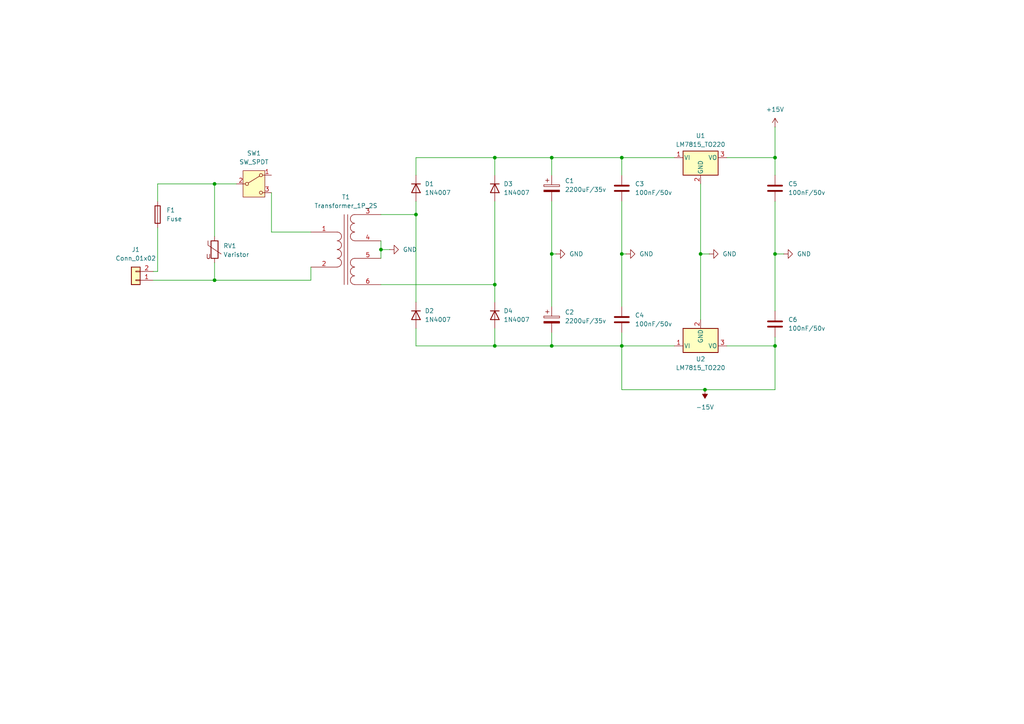
<source format=kicad_sch>
(kicad_sch (version 20231120) (generator "eeschema") (generator_version "8.0")
  (paper "A4")
  (lib_symbols
    (symbol "Connector_Generic:Conn_01x02" (pin_names (offset 1.016) hide)
      (property "Reference" "J" (at 0 2.54 0))
      (property "Value" "Conn_01x02" (at 0 -5.08 0))
      (symbol "Conn_01x02_1_1"
        (rectangle (start -1.27 -2.413) (end 0 -2.667) (stroke (width 0.1524)))
        (rectangle (start -1.27 0.127) (end 0 -0.127) (stroke (width 0.1524)))
        (rectangle (start -1.27 1.27) (end 1.27 -3.81) (stroke (width 0.254)) (fill (type background)))
        (pin passive line (at -5.08 0 0) (length 3.81) (name "Pin_1") (number "1"))
        (pin passive line (at -5.08 -2.54 0) (length 3.81) (name "Pin_2") (number "2"))
      )
    )
    (symbol "Device:C" (pin_numbers hide) (pin_names (offset 0.254))
      (property "Reference" "C" (at 0.635 2.54 0))
      (property "Value" "C" (at 0.635 -2.54 0))
      (symbol "C_0_1"
        (polyline (pts (xy -2.032 -0.762) (xy 2.032 -0.762)) (stroke (width 0.508)))
        (polyline (pts (xy -2.032 0.762) (xy 2.032 0.762)) (stroke (width 0.508)))
      )
      (symbol "C_1_1"
        (pin passive line (at 0 3.81 270) (length 2.794) (name "~") (number "1"))
        (pin passive line (at 0 -3.81 90) (length 2.794) (name "~") (number "2"))
      )
    )
    (symbol "Device:C_Polarized" (pin_numbers hide) (pin_names (offset 0.254))
      (property "Reference" "C" (at 0.635 2.54 0))
      (property "Value" "C_Polarized" (at 0.635 -2.54 0))
      (symbol "C_Polarized_0_1"
        (rectangle (start -2.286 0.508) (end 2.286 1.016))
        (polyline (pts (xy -1.778 2.286) (xy -0.762 2.286)))
        (polyline (pts (xy -1.27 2.794) (xy -1.27 1.778)))
        (rectangle (start 2.286 -0.508) (end -2.286 -1.016) (fill (type outline)))
      )
      (symbol "C_Polarized_1_1"
        (pin passive line (at 0 3.81 270) (length 2.794) (name "~") (number "1"))
        (pin passive line (at 0 -3.81 90) (length 2.794) (name "~") (number "2"))
      )
    )
    (symbol "Device:Fuse" (pin_numbers hide) (pin_names (offset 0))
      (property "Reference" "F" (at 2.032 0 90))
      (property "Value" "Fuse" (at -1.905 0 90))
      (symbol "Fuse_0_1"
        (rectangle (start -0.762 -2.54) (end 0.762 2.54) (stroke (width 0.254)))
        (polyline (pts (xy 0 2.54) (xy 0 -2.54)))
      )
      (symbol "Fuse_1_1"
        (pin passive line (at 0 3.81 270) (length 1.27) (name "~") (number "1"))
        (pin passive line (at 0 -3.81 90) (length 1.27) (name "~") (number "2"))
      )
    )
    (symbol "Device:Transformer_1P_2S" (pin_names (offset 1.016) hide)
      (property "Reference" "T" (at 0 12.7 0))
      (property "Value" "Transformer_1P_2S" (at 0 -12.7 0))
      (symbol "Transformer_1P_2S_0_1"
        (arc (start -2.54 -5.0546) (mid -1.6599 -4.6901) (end -1.27 -3.81))
        (arc (start -2.54 -2.5146) (mid -1.6599 -2.1501) (end -1.27 -1.27))
        (arc (start -2.54 0.0254) (mid -1.6599 0.3899) (end -1.27 1.27))
        (arc (start -2.54 2.5654) (mid -1.6599 2.9299) (end -1.27 3.81))
        (arc (start -1.27 -3.81) (mid -1.642 -2.912) (end -2.54 -2.54))
        (arc (start -1.27 -1.27) (mid -1.642 -0.372) (end -2.54 0))
        (arc (start -1.27 1.27) (mid -1.642 2.168) (end -2.54 2.54))
        (arc (start -1.27 3.81) (mid -1.642 4.708) (end -2.54 5.08))
        (polyline (pts (xy -0.508 -10.16) (xy -0.508 10.16)))
        (polyline (pts (xy 0.508 10.16) (xy 0.508 -10.16)))
        (arc (start 1.2954 -8.89) (mid 1.6599 -9.7701) (end 2.54 -10.1346))
        (arc (start 1.2954 -6.35) (mid 1.6599 -7.2301) (end 2.54 -7.5946))
        (arc (start 1.2954 -3.81) (mid 1.6599 -4.6901) (end 2.54 -5.0546))
        (arc (start 1.2954 3.81) (mid 1.6599 2.9299) (end 2.54 2.5654))
        (arc (start 1.2954 6.35) (mid 1.6599 5.4699) (end 2.54 5.1054))
        (arc (start 1.2954 8.89) (mid 1.6599 8.0099) (end 2.54 7.6454))
        (arc (start 2.54 -7.62) (mid 1.642 -7.992) (end 1.2954 -8.89))
        (arc (start 2.54 -5.08) (mid 1.642 -5.452) (end 1.2954 -6.35))
        (arc (start 2.54 -2.54) (mid 1.642 -2.912) (end 1.2954 -3.81))
        (arc (start 2.54 5.08) (mid 1.642 4.708) (end 1.2954 3.81))
        (arc (start 2.54 7.62) (mid 1.642 7.248) (end 1.2954 6.35))
        (arc (start 2.54 10.16) (mid 1.642 9.788) (end 1.2954 8.89))
      )
      (symbol "Transformer_1P_2S_1_1"
        (pin passive line (at -10.16 5.08 0) (length 7.62) (name "AA") (number "1"))
        (pin passive line (at -10.16 -5.08 0) (length 7.62) (name "AB") (number "2"))
        (pin passive line (at 10.16 10.16 180) (length 7.62) (name "SA") (number "3"))
        (pin passive line (at 10.16 2.54 180) (length 7.62) (name "SB") (number "4"))
        (pin passive line (at 10.16 -2.54 180) (length 7.62) (name "SC") (number "5"))
        (pin passive line (at 10.16 -10.16 180) (length 7.62) (name "SD") (number "6"))
      )
    )
    (symbol "Device:Varistor" (pin_numbers hide) (pin_names (offset 0))
      (property "Reference" "RV" (at 3.175 0 90))
      (property "Value" "Varistor" (at -3.175 0 90))
      (symbol "Varistor_0_0"
        (text "U" (at -1.778 -2.032 0) (effects (font (size 1.27 1.27))))
      )
      (symbol "Varistor_0_1"
        (rectangle (start -1.016 -2.54) (end 1.016 2.54) (stroke (width 0.254)))
        (polyline (pts (xy -1.905 2.54) (xy -1.905 1.27) (xy 1.905 -1.27)))
      )
      (symbol "Varistor_1_1"
        (pin passive line (at 0 3.81 270) (length 1.27) (name "~") (number "1"))
        (pin passive line (at 0 -3.81 90) (length 1.27) (name "~") (number "2"))
      )
    )
    (symbol "Diode:1N4007" (pin_numbers hide) (pin_names hide)
      (property "Reference" "D" (at 0 2.54 0))
      (property "Value" "1N4007" (at 0 -2.54 0))
      (symbol "1N4007_0_1"
        (polyline (pts (xy -1.27 1.27) (xy -1.27 -1.27)) (stroke (width 0.254)))
        (polyline (pts (xy 1.27 0) (xy -1.27 0)))
        (polyline (pts (xy 1.27 1.27) (xy 1.27 -1.27) (xy -1.27 0) (xy 1.27 1.27)) (stroke (width 0.254)))
      )
      (symbol "1N4007_1_1"
        (pin passive line (at -3.81 0 0) (length 2.54) (name "K") (number "1"))
        (pin passive line (at 3.81 0 180) (length 2.54) (name "A") (number "2"))
      )
    )
    (symbol "Regulator_Linear:LM7815_TO220" (pin_names (offset 0.254))
      (property "Reference" "U" (at -3.81 3.175 0))
      (property "Value" "LM7815_TO220" (at 0 3.175 0))
      (symbol "LM7815_TO220_0_1"
        (rectangle (start -5.08 1.905) (end 5.08 -5.08) (stroke (width 0.254)) (fill (type background)))
      )
      (symbol "LM7815_TO220_1_1"
        (pin power_in line (at -7.62 0 0) (length 2.54) (name "VI") (number "1"))
        (pin power_in line (at 0 -7.62 90) (length 2.54) (name "GND") (number "2"))
        (pin power_out line (at 7.62 0 180) (length 2.54) (name "VO") (number "3"))
      )
    )
    (symbol "Switch:SW_SPDT" (pin_names (offset 0) hide)
      (property "Reference" "SW" (at 0 5.08 0))
      (property "Value" "SW_SPDT" (at 0 -5.08 0))
      (symbol "SW_SPDT_0_1"
        (circle (center -2.032 0) (radius 0.4572))
        (polyline (pts (xy -1.651 0.254) (xy 1.651 2.286)))
        (circle (center 2.032 -2.54) (radius 0.4572))
        (circle (center 2.032 2.54) (radius 0.4572))
      )
      (symbol "SW_SPDT_1_1"
        (rectangle (start -3.175 3.81) (end 3.175 -3.81) (fill (type background)))
        (pin passive line (at 5.08 2.54 180) (length 2.54) (name "A") (number "1"))
        (pin passive line (at -5.08 0 0) (length 2.54) (name "B") (number "2"))
        (pin passive line (at 5.08 -2.54 180) (length 2.54) (name "C") (number "3"))
      )
    )
    (symbol "power:+15V" (power) (pin_numbers hide) (pin_names (offset 0) hide)
      (property "Value" "+15V" (at 0 3.556 0))
      (symbol "+15V_0_1"
        (polyline (pts (xy -0.762 1.27) (xy 0 2.54)))
        (polyline (pts (xy 0 0) (xy 0 2.54)))
        (polyline (pts (xy 0 2.54) (xy 0.762 1.27)))
      )
      (symbol "+15V_1_1"
        (pin power_in line (at 0 0 90) (length 0) (name "~") (number "1"))
      )
    )
    (symbol "power:-15V" (power) (pin_numbers hide) (pin_names (offset 0) hide)
      (property "Value" "-15V" (at 0 3.556 0))
      (symbol "-15V_0_0"
        (pin power_in line (at 0 0 90) (length 0) (name "~") (number "1"))
      )
      (symbol "-15V_0_1"
        (polyline (pts (xy 0 0) (xy 0 1.27) (xy 0.762 1.27) (xy 0 2.54) (xy -0.762 1.27) (xy 0 1.27)) (fill (type outline)))
      )
    )
    (symbol "power:GND" (power) (pin_numbers hide) (pin_names (offset 0) hide)
      (property "Value" "GND" (at 0 -3.81 0))
      (symbol "GND_0_1"
        (polyline (pts (xy 0 0) (xy 0 -1.27) (xy 1.27 -1.27) (xy 0 -2.54) (xy -1.27 -1.27) (xy 0 -1.27)))
      )
      (symbol "GND_1_1"
        (pin power_in line (at 0 0 270) (length 0) (name "~") (number "1"))
      )
    )
  )
  (junction (at 180.34 100.33))
  (junction (at 160.02 45.72))
  (junction (at 143.51 82.55))
  (junction (at 224.79 45.72))
  (junction (at 110.49 72.39))
  (junction (at 204.47 113.03))
  (junction (at 62.23 53.34))
  (junction (at 180.34 73.66))
  (junction (at 160.02 73.66))
  (junction (at 224.79 73.66))
  (junction (at 120.65 62.23))
  (junction (at 143.51 100.33))
  (junction (at 180.34 45.72))
  (junction (at 160.02 100.33))
  (junction (at 203.2 73.66))
  (junction (at 224.79 100.33))
  (junction (at 62.23 81.28))
  (junction (at 143.51 45.72))
  (wire (pts (xy 143.51 100.33) (xy 143.51 95.25)))
  (wire (pts (xy 78.74 67.31) (xy 90.17 67.31)))
  (wire (pts (xy 210.82 100.33) (xy 224.79 100.33)))
  (wire (pts (xy 120.65 58.42) (xy 120.65 62.23)))
  (wire (pts (xy 160.02 73.66) (xy 161.29 73.66)))
  (wire (pts (xy 110.49 72.39) (xy 110.49 74.93)))
  (wire (pts (xy 120.65 95.25) (xy 120.65 100.33)))
  (wire (pts (xy 120.65 50.8) (xy 120.65 45.72)))
  (wire (pts (xy 180.34 100.33) (xy 195.58 100.33)))
  (wire (pts (xy 180.34 73.66) (xy 181.61 73.66)))
  (wire (pts (xy 143.51 100.33) (xy 160.02 100.33)))
  (wire (pts (xy 224.79 113.03) (xy 224.79 100.33)))
  (wire (pts (xy 45.72 78.74) (xy 45.72 66.04)))
  (wire (pts (xy 44.45 81.28) (xy 62.23 81.28)))
  (wire (pts (xy 160.02 73.66) (xy 160.02 88.9)))
  (wire (pts (xy 78.74 55.88) (xy 78.74 67.31)))
  (wire (pts (xy 120.65 62.23) (xy 120.65 87.63)))
  (wire (pts (xy 62.23 81.28) (xy 90.17 81.28)))
  (wire (pts (xy 224.79 45.72) (xy 224.79 50.8)))
  (wire (pts (xy 203.2 73.66) (xy 203.2 92.71)))
  (wire (pts (xy 224.79 36.83) (xy 224.79 45.72)))
  (wire (pts (xy 160.02 45.72) (xy 160.02 50.8)))
  (wire (pts (xy 180.34 58.42) (xy 180.34 73.66)))
  (wire (pts (xy 90.17 81.28) (xy 90.17 77.47)))
  (wire (pts (xy 160.02 45.72) (xy 180.34 45.72)))
  (wire (pts (xy 160.02 100.33) (xy 160.02 96.52)))
  (wire (pts (xy 110.49 82.55) (xy 143.51 82.55)))
  (wire (pts (xy 224.79 100.33) (xy 224.79 97.79)))
  (wire (pts (xy 143.51 45.72) (xy 143.51 50.8)))
  (wire (pts (xy 143.51 82.55) (xy 143.51 87.63)))
  (wire (pts (xy 110.49 72.39) (xy 113.03 72.39)))
  (wire (pts (xy 204.47 113.03) (xy 224.79 113.03)))
  (wire (pts (xy 45.72 53.34) (xy 45.72 58.42)))
  (wire (pts (xy 110.49 62.23) (xy 120.65 62.23)))
  (wire (pts (xy 62.23 53.34) (xy 45.72 53.34)))
  (wire (pts (xy 203.2 73.66) (xy 205.74 73.66)))
  (wire (pts (xy 120.65 100.33) (xy 143.51 100.33)))
  (wire (pts (xy 120.65 45.72) (xy 143.51 45.72)))
  (wire (pts (xy 62.23 81.28) (xy 62.23 76.2)))
  (wire (pts (xy 180.34 113.03) (xy 204.47 113.03)))
  (wire (pts (xy 62.23 53.34) (xy 68.58 53.34)))
  (wire (pts (xy 62.23 68.58) (xy 62.23 53.34)))
  (wire (pts (xy 180.34 45.72) (xy 195.58 45.72)))
  (wire (pts (xy 180.34 100.33) (xy 180.34 113.03)))
  (wire (pts (xy 160.02 58.42) (xy 160.02 73.66)))
  (wire (pts (xy 224.79 58.42) (xy 224.79 73.66)))
  (wire (pts (xy 224.79 73.66) (xy 224.79 90.17)))
  (wire (pts (xy 44.45 78.74) (xy 45.72 78.74)))
  (wire (pts (xy 143.51 58.42) (xy 143.51 82.55)))
  (wire (pts (xy 180.34 45.72) (xy 180.34 50.8)))
  (wire (pts (xy 180.34 73.66) (xy 180.34 88.9)))
  (wire (pts (xy 203.2 53.34) (xy 203.2 73.66)))
  (wire (pts (xy 224.79 73.66) (xy 227.33 73.66)))
  (wire (pts (xy 180.34 96.52) (xy 180.34 100.33)))
  (wire (pts (xy 210.82 45.72) (xy 224.79 45.72)))
  (wire (pts (xy 143.51 45.72) (xy 160.02 45.72)))
  (wire (pts (xy 180.34 100.33) (xy 160.02 100.33)))
  (wire (pts (xy 110.49 69.85) (xy 110.49 72.39)))
  (symbol (lib_id "power:-15V") (at 204.47 113.03 180) (unit 1)
    (property "Reference" "#PWR04" (effects (hide yes)))
    (property "Value" "-15V" (at 204.47 118.11 0))
    (property "Description" "Power symbol creates a global label with name \"-15V\"" (effects (hide yes)))
  )
  (symbol (lib_id "power:GND") (at 161.29 73.66 90) (unit 1)
    (property "Reference" "#PWR02" (effects (hide yes)))
    (property "Value" "GND" (at 165.1 73.6599 90) (effects (justify right)))
    (property "Description" "Power symbol creates a global label with name \"GND\" , ground" (effects (hide yes)))
  )
  (symbol (lib_id "Device:C_Polarized") (at 160.02 92.71 0) (unit 1)
    (property "Reference" "C2" (at 163.83 90.5509 0) (effects (justify left)))
    (property "Value" "2200uF/35v" (at 163.83 93.0909 0) (effects (justify left)))
    (property "Footprint" "Capacitor_THT:CP_Radial_D10.0mm_P3.50mm" (effects (hide yes)))
    (property "Description" "Polarized capacitor" (effects (hide yes)))
  )
  (symbol (lib_id "Device:C_Polarized") (at 160.02 54.61 0) (unit 1)
    (property "Reference" "C1" (at 163.83 52.4509 0) (effects (justify left)))
    (property "Value" "2200uF/35v" (at 163.83 54.9909 0) (effects (justify left)))
    (property "Footprint" "Capacitor_THT:CP_Radial_D10.0mm_P3.50mm" (effects (hide yes)))
    (property "Description" "Polarized capacitor" (effects (hide yes)))
  )
  (symbol (lib_id "Regulator_Linear:LM7815_TO220") (at 203.2 45.72 0) (unit 1)
    (property "Reference" "U1" (at 203.2 39.37 0))
    (property "Value" "LM7815_TO220" (at 203.2 41.91 0))
    (property "Datasheet" "https://www.onsemi.cn/PowerSolutions/document/MC7800-D.PDF" (effects (hide yes)))
    (property "Description" "Positive 1A 35V Linear Regulator, Fixed Output 15V, TO-220" (effects (hide yes)))
  )
  (symbol (lib_id "Regulator_Linear:LM7815_TO220") (at 203.2 100.33 0) (mirror x) (unit 1)
    (property "Reference" "U2" (at 203.2 104.14 0))
    (property "Value" "LM7815_TO220" (at 203.2 106.68 0))
    (property "Datasheet" "https://www.onsemi.cn/PowerSolutions/document/MC7800-D.PDF" (effects (hide yes)))
    (property "Description" "Positive 1A 35V Linear Regulator, Fixed Output 15V, TO-220" (effects (hide yes)))
  )
  (symbol (lib_id "Diode:1N4007") (at 143.51 91.44 270) (unit 1)
    (property "Reference" "D4" (at 146.05 90.1699 90) (effects (justify left)))
    (property "Value" "1N4007" (at 146.05 92.7099 90) (effects (justify left)))
    (property "Datasheet" "http://www.vishay.com/docs/88503/1n4001.pdf" (effects (hide yes)))
    (property "Description" "1000V 1A General Purpose Rectifier Diode, DO-41" (effects (hide yes)))
    (property "Sim.Device" "D" (effects (hide yes)))
    (property "Sim.Pins" "1=K 2=A" (effects (hide yes)))
  )
  (symbol (lib_id "Connector_Generic:Conn_01x02") (at 39.37 81.28 180) (unit 1)
    (property "Reference" "J1" (at 39.37 72.39 0))
    (property "Value" "Conn_01x02" (at 39.37 74.93 0))
    (property "Description" "Generic connector, single row, 01x02, script generated (kicad-library-utils/schlib/autogen/connector/)" (effects (hide yes)))
  )
  (symbol (lib_id "Switch:SW_SPDT") (at 73.66 53.34 0) (unit 1)
    (property "Reference" "SW1" (at 73.66 44.45 0))
    (property "Value" "SW_SPDT" (at 73.66 46.99 0))
    (property "Description" "Switch, single pole double throw" (effects (hide yes)))
  )
  (symbol (lib_id "Device:Fuse") (at 45.72 62.23 0) (unit 1)
    (property "Reference" "F1" (at 48.26 60.9599 0) (effects (justify left)))
    (property "Value" "Fuse" (at 48.26 63.4999 0) (effects (justify left)))
    (property "Description" "Fuse" (effects (hide yes)))
  )
  (symbol (lib_id "Device:Transformer_1P_2S") (at 100.33 72.39 0) (unit 1)
    (property "Reference" "T1" (at 100.33 57.15 0))
    (property "Value" "Transformer_1P_2S" (at 100.33 59.69 0))
    (property "Description" "Transformer, single primary, dual secondary" (effects (hide yes)))
  )
  (symbol (lib_id "Device:C") (at 180.34 92.71 0) (unit 1)
    (property "Reference" "C4" (at 184.15 91.4399 0) (effects (justify left)))
    (property "Value" "100nF/50v" (at 184.15 93.9799 0) (effects (justify left)))
    (property "Footprint" "Capacitor_THT:C_Disc_D3.8mm_W2.6mm_P2.50mm" (effects (hide yes)))
    (property "Description" "Unpolarized capacitor" (effects (hide yes)))
  )
  (symbol (lib_id "Device:Varistor") (at 62.23 72.39 0) (unit 1)
    (property "Reference" "RV1" (at 64.77 71.3132 0) (effects (justify left)))
    (property "Value" "Varistor" (at 64.77 73.8532 0) (effects (justify left)))
    (property "Description" "Voltage dependent resistor" (effects (hide yes)))
    (property "Sim.Name" "kicad_builtin_varistor" (effects (hide yes)))
    (property "Sim.Device" "SUBCKT" (effects (hide yes)))
    (property "Sim.Pins" "1=A 2=B" (effects (hide yes)))
    (property "Sim.Params" "threshold=1k" (effects (hide yes)))
    (property "Sim.Library" "${KICAD7_SYMBOL_DIR}/Simulation_SPICE.sp" (effects (hide yes)))
  )
  (symbol (lib_id "Device:C") (at 224.79 54.61 0) (unit 1)
    (property "Reference" "C5" (at 228.6 53.3399 0) (effects (justify left)))
    (property "Value" "100nF/50v" (at 228.6 55.8799 0) (effects (justify left)))
    (property "Footprint" "Capacitor_THT:C_Disc_D3.8mm_W2.6mm_P2.50mm" (effects (hide yes)))
    (property "Description" "Unpolarized capacitor" (effects (hide yes)))
  )
  (symbol (lib_id "power:GND") (at 181.61 73.66 90) (unit 1)
    (property "Reference" "#PWR03" (effects (hide yes)))
    (property "Value" "GND" (at 185.42 73.6599 90) (effects (justify right)))
    (property "Description" "Power symbol creates a global label with name \"GND\" , ground" (effects (hide yes)))
  )
  (symbol (lib_id "Device:C") (at 180.34 54.61 0) (unit 1)
    (property "Reference" "C3" (at 184.15 53.3399 0) (effects (justify left)))
    (property "Value" "100nF/50v" (at 184.15 55.8799 0) (effects (justify left)))
    (property "Footprint" "Capacitor_THT:C_Disc_D3.8mm_W2.6mm_P2.50mm" (effects (hide yes)))
    (property "Description" "Unpolarized capacitor" (effects (hide yes)))
  )
  (symbol (lib_id "Diode:1N4007") (at 120.65 91.44 270) (unit 1)
    (property "Reference" "D2" (at 123.19 90.1699 90) (effects (justify left)))
    (property "Value" "1N4007" (at 123.19 92.7099 90) (effects (justify left)))
    (property "Datasheet" "http://www.vishay.com/docs/88503/1n4001.pdf" (effects (hide yes)))
    (property "Description" "1000V 1A General Purpose Rectifier Diode, DO-41" (effects (hide yes)))
    (property "Sim.Device" "D" (effects (hide yes)))
    (property "Sim.Pins" "1=K 2=A" (effects (hide yes)))
  )
  (symbol (lib_id "Device:C") (at 224.79 93.98 0) (unit 1)
    (property "Reference" "C6" (at 228.6 92.7099 0) (effects (justify left)))
    (property "Value" "100nF/50v" (at 228.6 95.2499 0) (effects (justify left)))
    (property "Footprint" "Capacitor_THT:C_Disc_D3.8mm_W2.6mm_P2.50mm" (effects (hide yes)))
    (property "Description" "Unpolarized capacitor" (effects (hide yes)))
  )
  (symbol (lib_id "power:GND") (at 227.33 73.66 90) (unit 1)
    (property "Reference" "#PWR07" (effects (hide yes)))
    (property "Value" "GND" (at 231.14 73.6599 90) (effects (justify right)))
    (property "Description" "Power symbol creates a global label with name \"GND\" , ground" (effects (hide yes)))
  )
  (symbol (lib_id "Diode:1N4007") (at 120.65 54.61 270) (unit 1)
    (property "Reference" "D1" (at 123.19 53.3399 90) (effects (justify left)))
    (property "Value" "1N4007" (at 123.19 55.8799 90) (effects (justify left)))
    (property "Datasheet" "http://www.vishay.com/docs/88503/1n4001.pdf" (effects (hide yes)))
    (property "Description" "1000V 1A General Purpose Rectifier Diode, DO-41" (effects (hide yes)))
    (property "Sim.Device" "D" (effects (hide yes)))
    (property "Sim.Pins" "1=K 2=A" (effects (hide yes)))
  )
  (symbol (lib_id "power:+15V") (at 224.79 36.83 0) (unit 1)
    (property "Reference" "#PWR06" (effects (hide yes)))
    (property "Value" "+15V" (at 224.79 31.75 0))
    (property "Description" "Power symbol creates a global label with name \"+15V\"" (effects (hide yes)))
  )
  (symbol (lib_id "Diode:1N4007") (at 143.51 54.61 270) (unit 1)
    (property "Reference" "D3" (at 146.05 53.3399 90) (effects (justify left)))
    (property "Value" "1N4007" (at 146.05 55.8799 90) (effects (justify left)))
    (property "Datasheet" "http://www.vishay.com/docs/88503/1n4001.pdf" (effects (hide yes)))
    (property "Description" "1000V 1A General Purpose Rectifier Diode, DO-41" (effects (hide yes)))
    (property "Sim.Device" "D" (effects (hide yes)))
    (property "Sim.Pins" "1=K 2=A" (effects (hide yes)))
  )
  (symbol (lib_id "power:GND") (at 113.03 72.39 90) (unit 1)
    (property "Reference" "#PWR01" (effects (hide yes)))
    (property "Value" "GND" (at 116.84 72.3899 90) (effects (justify right)))
    (property "Description" "Power symbol creates a global label with name \"GND\" , ground" (effects (hide yes)))
  )
  (symbol (lib_id "power:GND") (at 205.74 73.66 90) (unit 1)
    (property "Reference" "#PWR05" (effects (hide yes)))
    (property "Value" "GND" (at 209.55 73.6599 90) (effects (justify right)))
    (property "Description" "Power symbol creates a global label with name \"GND\" , ground" (effects (hide yes)))
  )
)
</source>
